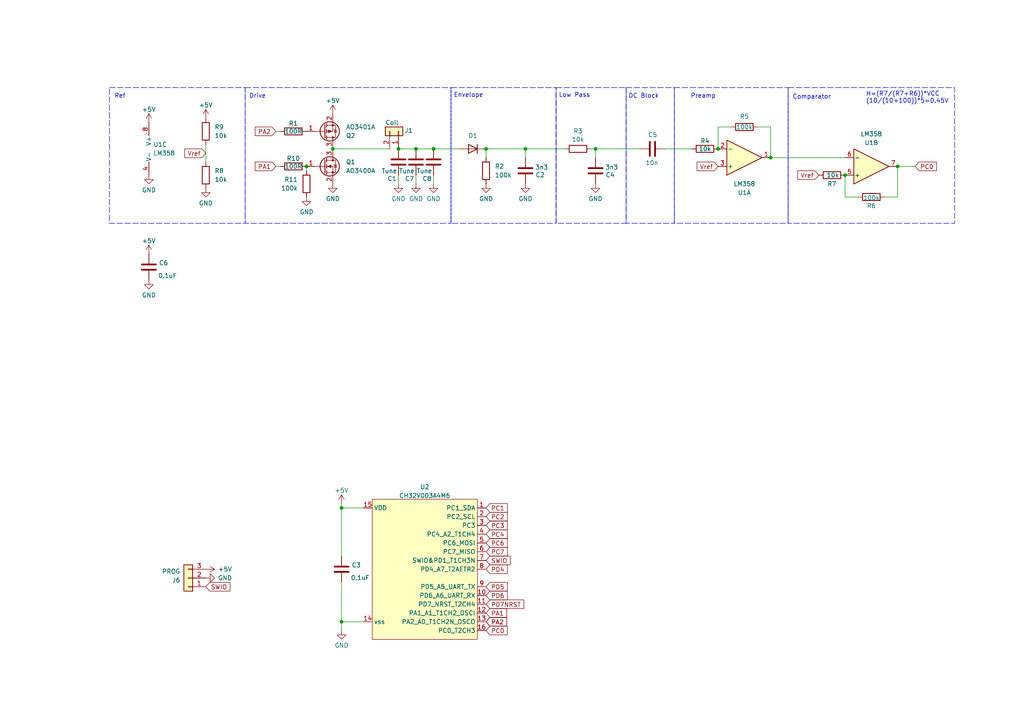
<source format=kicad_sch>
(kicad_sch (version 20231120) (generator "eeschema") (generator_version "8.0")
  (paper "A4")
  (title_block (title "FDX-B Reader") (date "2025-03-24") (rev "MK1"))
  (lib_symbols
    (symbol "Amplifier_Operational:LM358" (pin_names (offset 0.127))
      (property "Reference" "U" (at 0 5.08 0))
      (property "Value" "LM358" (at 0 -5.08 0))
      (symbol "LM358_1_1"
        (polyline (pts (xy -5.08 5.08) (xy 5.08 0) (xy -5.08 -5.08) (xy -5.08 5.08)) (stroke (width 0.254)) (fill (type background)))
        (pin output line (at 7.62 0 180) (length 2.54) (name "~") (number "1"))
        (pin input line (at -7.62 -2.54 0) (length 2.54) (name "-") (number "2"))
        (pin input line (at -7.62 2.54 0) (length 2.54) (name "+") (number "3"))
      )
      (symbol "LM358_2_1"
        (polyline (pts (xy -5.08 5.08) (xy 5.08 0) (xy -5.08 -5.08) (xy -5.08 5.08)) (stroke (width 0.254)) (fill (type background)))
        (pin input line (at -7.62 2.54 0) (length 2.54) (name "+") (number "5"))
        (pin input line (at -7.62 -2.54 0) (length 2.54) (name "-") (number "6"))
        (pin output line (at 7.62 0 180) (length 2.54) (name "~") (number "7"))
      )
      (symbol "LM358_3_1"
        (pin power_in line (at -2.54 -7.62 90) (length 3.81) (name "V-") (number "4"))
        (pin power_in line (at -2.54 7.62 270) (length 3.81) (name "V+") (number "8"))
      )
    )
    (symbol "CH32V003:CH32V003a4m6"
      (property "Reference" "U" (at 0 20.32 0))
      (property "Value" "CH32V003a4m6" (at -8.89 -2.54 90))
      (symbol "CH32V003a4m6_1_1"
        (rectangle (start -15.24 17.78) (end 15.24 -22.86) (fill (type background)))
        (pin bidirectional line (at 17.78 15.24 180) (length 2.54) (name "PC1_SDA") (number "1"))
        (pin bidirectional line (at 17.78 -10.16 180) (length 2.54) (name "PD6_A6_UART_RX") (number "10"))
        (pin bidirectional line (at 17.78 -12.7 180) (length 2.54) (name "PD7_NRST_T2CH4") (number "11"))
        (pin bidirectional line (at 17.78 -15.24 180) (length 2.54) (name "PA1_A1_T1CH2_OSCI") (number "12"))
        (pin bidirectional line (at 17.78 -17.78 180) (length 2.54) (name "PA2_A0_T1CH2N_OSCO") (number "13"))
        (pin power_in line (at -17.78 -17.78 0) (length 2.54) (name "vss") (number "14"))
        (pin power_in line (at -17.78 15.24 0) (length 2.54) (name "VDD") (number "15"))
        (pin bidirectional line (at 17.78 -20.32 180) (length 2.54) (name "PC0_T2CH3") (number "16"))
        (pin bidirectional line (at 17.78 12.7 180) (length 2.54) (name "PC2_SCL") (number "2"))
        (pin bidirectional line (at 17.78 10.16 180) (length 2.54) (name "PC3") (number "3"))
        (pin bidirectional line (at 17.78 7.62 180) (length 2.54) (name "PC4_A2_T1CH4") (number "4"))
        (pin bidirectional line (at 17.78 5.08 180) (length 2.54) (name "PC6_MOSI") (number "5"))
        (pin bidirectional line (at 17.78 2.54 180) (length 2.54) (name "PC7_MISO") (number "6"))
        (pin bidirectional line (at 17.78 0 180) (length 2.54) (name "SWIO&PD1_T1CH3N") (number "7"))
        (pin bidirectional line (at 17.78 -2.54 180) (length 2.54) (name "PD4_A7_T2AETR2") (number "8"))
        (pin bidirectional line (at 17.78 -7.62 180) (length 2.54) (name "PD5_A5_UART_TX") (number "9"))
      )
    )
    (symbol "Connector_Generic:Conn_01x02" (pin_names (offset 1.016) hide)
      (property "Reference" "J" (at 0 2.54 0))
      (property "Value" "Conn_01x02" (at 0 -5.08 0))
      (symbol "Conn_01x02_1_1"
        (rectangle (start -1.27 -2.413) (end 0 -2.667) (stroke (width 0.1524)))
        (rectangle (start -1.27 0.127) (end 0 -0.127) (stroke (width 0.1524)))
        (rectangle (start -1.27 1.27) (end 1.27 -3.81) (stroke (width 0.254)) (fill (type background)))
        (pin passive line (at -5.08 0 0) (length 3.81) (name "Pin_1") (number "1"))
        (pin passive line (at -5.08 -2.54 0) (length 3.81) (name "Pin_2") (number "2"))
      )
    )
    (symbol "Connector_Generic:Conn_01x03" (pin_names (offset 1.016) hide)
      (property "Reference" "J" (at 0 5.08 0))
      (property "Value" "Conn_01x03" (at 0 -5.08 0))
      (symbol "Conn_01x03_1_1"
        (rectangle (start -1.27 -2.413) (end 0 -2.667) (stroke (width 0.1524)))
        (rectangle (start -1.27 0.127) (end 0 -0.127) (stroke (width 0.1524)))
        (rectangle (start -1.27 2.667) (end 0 2.413) (stroke (width 0.1524)))
        (rectangle (start -1.27 3.81) (end 1.27 -3.81) (stroke (width 0.254)) (fill (type background)))
        (pin passive line (at -5.08 2.54 0) (length 3.81) (name "Pin_1") (number "1"))
        (pin passive line (at -5.08 0 0) (length 3.81) (name "Pin_2") (number "2"))
        (pin passive line (at -5.08 -2.54 0) (length 3.81) (name "Pin_3") (number "3"))
      )
    )
    (symbol "Device:C" (pin_numbers hide) (pin_names (offset 0.254))
      (property "Reference" "C" (at 0.635 2.54 0))
      (property "Value" "C" (at 0.635 -2.54 0))
      (symbol "C_0_1"
        (polyline (pts (xy -2.032 -0.762) (xy 2.032 -0.762)) (stroke (width 0.508)))
        (polyline (pts (xy -2.032 0.762) (xy 2.032 0.762)) (stroke (width 0.508)))
      )
      (symbol "C_1_1"
        (pin passive line (at 0 3.81 270) (length 2.794) (name "~") (number "1"))
        (pin passive line (at 0 -3.81 90) (length 2.794) (name "~") (number "2"))
      )
    )
    (symbol "Device:D" (pin_numbers hide) (pin_names (offset 1.016) hide)
      (property "Reference" "D" (at 0 2.54 0))
      (property "Value" "D" (at 0 -2.54 0))
      (symbol "D_0_1"
        (polyline (pts (xy -1.27 1.27) (xy -1.27 -1.27)) (stroke (width 0.254)))
        (polyline (pts (xy 1.27 0) (xy -1.27 0)))
        (polyline (pts (xy 1.27 1.27) (xy 1.27 -1.27) (xy -1.27 0) (xy 1.27 1.27)) (stroke (width 0.254)))
      )
      (symbol "D_1_1"
        (pin passive line (at -3.81 0 0) (length 2.54) (name "K") (number "1"))
        (pin passive line (at 3.81 0 180) (length 2.54) (name "A") (number "2"))
      )
    )
    (symbol "Device:R" (pin_numbers hide) (pin_names (offset 0))
      (property "Reference" "R" (at 2.032 0 90))
      (property "Value" "R" (at 0 0 90))
      (symbol "R_0_1"
        (rectangle (start -1.016 -2.54) (end 1.016 2.54) (stroke (width 0.254)))
      )
      (symbol "R_1_1"
        (pin passive line (at 0 3.81 270) (length 1.27) (name "~") (number "1"))
        (pin passive line (at 0 -3.81 90) (length 1.27) (name "~") (number "2"))
      )
    )
    (symbol "Transistor_FET:AO3400A" (pin_names hide)
      (property "Reference" "Q" (at 5.08 1.905 0))
      (property "Value" "AO3400A" (at 5.08 0 0))
      (symbol "AO3400A_0_1"
        (polyline (pts (xy 0.254 0) (xy -2.54 0)))
        (polyline (pts (xy 0.254 1.905) (xy 0.254 -1.905)) (stroke (width 0.254)))
        (polyline (pts (xy 0.762 -1.27) (xy 0.762 -2.286)) (stroke (width 0.254)))
        (polyline (pts (xy 0.762 0.508) (xy 0.762 -0.508)) (stroke (width 0.254)))
        (polyline (pts (xy 0.762 2.286) (xy 0.762 1.27)) (stroke (width 0.254)))
        (polyline (pts (xy 2.54 2.54) (xy 2.54 1.778)))
        (polyline (pts (xy 2.54 -2.54) (xy 2.54 0) (xy 0.762 0)))
        (polyline (pts (xy 0.762 -1.778) (xy 3.302 -1.778) (xy 3.302 1.778) (xy 0.762 1.778)))
        (polyline (pts (xy 1.016 0) (xy 2.032 0.381) (xy 2.032 -0.381) (xy 1.016 0)) (fill (type outline)))
        (polyline (pts (xy 2.794 0.508) (xy 2.921 0.381) (xy 3.683 0.381) (xy 3.81 0.254)))
        (polyline (pts (xy 3.302 0.381) (xy 2.921 -0.254) (xy 3.683 -0.254) (xy 3.302 0.381)))
        (circle (center 1.651 0) (radius 2.794) (stroke (width 0.254)))
        (circle (center 2.54 -1.778) (radius 0.254) (fill (type outline)))
        (circle (center 2.54 1.778) (radius 0.254) (fill (type outline)))
      )
      (symbol "AO3400A_1_1"
        (pin input line (at -5.08 0 0) (length 2.54) (name "G") (number "1"))
        (pin passive line (at 2.54 -5.08 90) (length 2.54) (name "S") (number "2"))
        (pin passive line (at 2.54 5.08 270) (length 2.54) (name "D") (number "3"))
      )
    )
    (symbol "Transistor_FET:AO3401A" (pin_names hide)
      (property "Reference" "Q" (at 5.08 1.905 0))
      (property "Value" "AO3401A" (at 5.08 0 0))
      (symbol "AO3401A_0_1"
        (polyline (pts (xy 0.254 0) (xy -2.54 0)))
        (polyline (pts (xy 0.254 1.905) (xy 0.254 -1.905)) (stroke (width 0.254)))
        (polyline (pts (xy 0.762 -1.27) (xy 0.762 -2.286)) (stroke (width 0.254)))
        (polyline (pts (xy 0.762 0.508) (xy 0.762 -0.508)) (stroke (width 0.254)))
        (polyline (pts (xy 0.762 2.286) (xy 0.762 1.27)) (stroke (width 0.254)))
        (polyline (pts (xy 2.54 2.54) (xy 2.54 1.778)))
        (polyline (pts (xy 2.54 -2.54) (xy 2.54 0) (xy 0.762 0)))
        (polyline (pts (xy 0.762 1.778) (xy 3.302 1.778) (xy 3.302 -1.778) (xy 0.762 -1.778)))
        (polyline (pts (xy 2.286 0) (xy 1.27 0.381) (xy 1.27 -0.381) (xy 2.286 0)) (fill (type outline)))
        (polyline (pts (xy 2.794 -0.508) (xy 2.921 -0.381) (xy 3.683 -0.381) (xy 3.81 -0.254)))
        (polyline (pts (xy 3.302 -0.381) (xy 2.921 0.254) (xy 3.683 0.254) (xy 3.302 -0.381)))
        (circle (center 1.651 0) (radius 2.794) (stroke (width 0.254)))
        (circle (center 2.54 -1.778) (radius 0.254) (fill (type outline)))
        (circle (center 2.54 1.778) (radius 0.254) (fill (type outline)))
      )
      (symbol "AO3401A_1_1"
        (pin input line (at -5.08 0 0) (length 2.54) (name "G") (number "1"))
        (pin passive line (at 2.54 -5.08 90) (length 2.54) (name "S") (number "2"))
        (pin passive line (at 2.54 5.08 270) (length 2.54) (name "D") (number "3"))
      )
    )
    (symbol "power:+5V" (power) (pin_names (offset 0))
      (property "Value" "+5V" (at 0 3.556 0))
      (symbol "+5V_0_1"
        (polyline (pts (xy -0.762 1.27) (xy 0 2.54)))
        (polyline (pts (xy 0 0) (xy 0 2.54)))
        (polyline (pts (xy 0 2.54) (xy 0.762 1.27)))
      )
      (symbol "+5V_1_1"
        (pin power_in line (at 0 0 90) (length 0) hide (name "+5V") (number "1"))
      )
    )
    (symbol "power:GND" (power) (pin_names (offset 0))
      (property "Value" "GND" (at 0 -3.81 0))
      (symbol "GND_0_1"
        (polyline (pts (xy 0 0) (xy 0 -1.27) (xy 1.27 -1.27) (xy 0 -2.54) (xy -1.27 -1.27) (xy 0 -1.27)))
      )
      (symbol "GND_1_1"
        (pin power_in line (at 0 0 270) (length 0) hide (name "GND") (number "1"))
      )
    )
  )
  (junction (at 223.52 45.72))
  (junction (at 245.11 50.8))
  (junction (at 140.97 43.18))
  (junction (at 208.28 43.18))
  (junction (at 115.57 43.18))
  (junction (at 152.4 43.18))
  (junction (at 96.52 43.18))
  (junction (at 120.65 43.18))
  (junction (at 125.73 43.18))
  (junction (at 88.9 48.26))
  (junction (at 99.06 147.32))
  (junction (at 260.35 48.26))
  (junction (at 99.06 180.34))
  (junction (at 172.72 43.18))
  (wire (pts (xy 260.35 48.26) (xy 265.43 48.26)))
  (wire (pts (xy 125.73 53.34) (xy 125.73 50.8)))
  (wire (pts (xy 185.42 43.18) (xy 172.72 43.18)))
  (wire (pts (xy 152.4 45.72) (xy 152.4 43.18)))
  (wire (pts (xy 172.72 45.72) (xy 172.72 43.18)))
  (wire (pts (xy 171.45 43.18) (xy 172.72 43.18)))
  (wire (pts (xy 208.28 36.83) (xy 208.28 43.18)))
  (wire (pts (xy 120.65 43.18) (xy 115.57 43.18)))
  (wire (pts (xy 80.01 38.1) (xy 81.28 38.1)))
  (wire (pts (xy 223.52 45.72) (xy 245.11 45.72)))
  (wire (pts (xy 120.65 53.34) (xy 120.65 50.8)))
  (wire (pts (xy 219.71 36.83) (xy 223.52 36.83)))
  (wire (pts (xy 223.52 36.83) (xy 223.52 45.72)))
  (wire (pts (xy 245.11 57.15) (xy 245.11 50.8)))
  (wire (pts (xy 256.54 57.15) (xy 260.35 57.15)))
  (wire (pts (xy 125.73 43.18) (xy 120.65 43.18)))
  (wire (pts (xy 193.04 43.18) (xy 200.66 43.18)))
  (wire (pts (xy 80.01 48.26) (xy 81.28 48.26)))
  (wire (pts (xy 59.69 46.99) (xy 59.69 41.91)))
  (wire (pts (xy 99.06 146.05) (xy 99.06 147.32)))
  (wire (pts (xy 140.97 45.72) (xy 140.97 43.18)))
  (wire (pts (xy 99.06 147.32) (xy 99.06 161.29)))
  (wire (pts (xy 212.09 36.83) (xy 208.28 36.83)))
  (wire (pts (xy 96.52 43.18) (xy 113.03 43.18)))
  (wire (pts (xy 99.06 180.34) (xy 99.06 168.91)))
  (wire (pts (xy 163.83 43.18) (xy 152.4 43.18)))
  (wire (pts (xy 133.35 43.18) (xy 125.73 43.18)))
  (wire (pts (xy 248.92 57.15) (xy 245.11 57.15)))
  (wire (pts (xy 88.9 49.53) (xy 88.9 48.26)))
  (wire (pts (xy 99.06 180.34) (xy 105.41 180.34)))
  (wire (pts (xy 99.06 182.88) (xy 99.06 180.34)))
  (wire (pts (xy 152.4 43.18) (xy 140.97 43.18)))
  (wire (pts (xy 115.57 53.34) (xy 115.57 50.8)))
  (wire (pts (xy 260.35 57.15) (xy 260.35 48.26)))
  (wire (pts (xy 99.06 147.32) (xy 105.41 147.32)))
  (rectangle (start 130.81 25.4) (end 161.29 64.77) (stroke (width 0) (type dash)))
  (rectangle (start 228.6 25.4) (end 276.86 64.77) (stroke (width 0) (type dash)))
  (rectangle (start 161.29 25.4) (end 181.61 64.77) (stroke (width 0) (type dash)))
  (rectangle (start 195.58 25.4) (end 228.6 64.77) (stroke (width 0) (type dash)))
  (rectangle (start 71.12 25.4) (end 130.81 64.77) (stroke (width 0) (type dash)))
  (rectangle (start 31.75 25.4) (end 71.12 64.77) (stroke (width 0) (type dash)))
  (rectangle (start 181.61 25.4) (end 195.58 64.77) (stroke (width 0) (type dash)))
  (text_box "H=(R7/(R7+R6))*VCC\n(10/(10+100))*5=0.45V" (at 250.19 25.4 0) (size 26.67 10.16) (stroke (width -0.0001)) (effects (font (size 1.27 1.27)) (justify left top)))
  (text "Drive" (at 74.676 27.94 0) (effects (font (size 1.27 1.27))))
  (text "Preamp" (at 203.962 27.94 0) (effects (font (size 1.27 1.27))))
  (text "Envelope" (at 135.89 27.686 0) (effects (font (size 1.27 1.27))))
  (text "Ref" (at 34.798 27.94 0) (effects (font (size 1.27 1.27))))
  (text "DC Block" (at 186.69 27.94 0) (effects (font (size 1.27 1.27))))
  (text "Comparator" (at 235.458 28.194 0) (effects (font (size 1.27 1.27))))
  (text "Low Pass" (at 166.624 27.686 0) (effects (font (size 1.27 1.27))))
  (global_label "Vref" (shape input) (at 59.69 44.45 180) (property "Intersheetrefs" "${INTERSHEET_REFS}" (effects (hide yes))))
  (global_label "PC1" (shape input) (at 140.97 147.32 0) (property "Intersheetrefs" "${INTERSHEET_REFS}" (effects (hide yes))))
  (global_label "PC6" (shape input) (at 140.97 157.48 0) (property "Intersheetrefs" "${INTERSHEET_REFS}" (effects (hide yes))))
  (global_label "PC0" (shape input) (at 265.43 48.26 0) (property "Intersheetrefs" "${INTERSHEET_REFS}" (effects (hide yes))))
  (global_label "PD6" (shape input) (at 140.97 172.72 0) (property "Intersheetrefs" "${INTERSHEET_REFS}" (effects (hide yes))))
  (global_label "PA1" (shape input) (at 80.01 48.26 180) (property "Intersheetrefs" "${INTERSHEET_REFS}" (effects (hide yes))))
  (global_label "PC4" (shape input) (at 140.97 154.94 0) (property "Intersheetrefs" "${INTERSHEET_REFS}" (effects (hide yes))))
  (global_label "PD7NRST" (shape input) (at 140.97 175.26 0) (property "Intersheetrefs" "${INTERSHEET_REFS}" (effects (hide yes))))
  (global_label "SWIO" (shape input) (at 140.97 162.56 0) (property "Intersheetrefs" "${INTERSHEET_REFS}" (effects (hide yes))))
  (global_label "PA2" (shape input) (at 80.01 38.1 180) (property "Intersheetrefs" "${INTERSHEET_REFS}" (effects (hide yes))))
  (global_label "PC3" (shape input) (at 140.97 152.4 0) (property "Intersheetrefs" "${INTERSHEET_REFS}" (effects (hide yes))))
  (global_label "PA2" (shape input) (at 140.97 180.34 0) (property "Intersheetrefs" "${INTERSHEET_REFS}" (effects (hide yes))))
  (global_label "SWIO" (shape input) (at 59.69 170.18 0) (property "Intersheetrefs" "${INTERSHEET_REFS}" (effects (hide yes))))
  (global_label "PC7" (shape input) (at 140.97 160.02 0) (property "Intersheetrefs" "${INTERSHEET_REFS}" (effects (hide yes))))
  (global_label "PA2" (shape input) (at 140.97 180.34 0) (property "Intersheetrefs" "${INTERSHEET_REFS}" (effects (hide yes))))
  (global_label "PD5" (shape input) (at 140.97 170.18 0) (property "Intersheetrefs" "${INTERSHEET_REFS}" (effects (hide yes))))
  (global_label "PA1" (shape input) (at 140.97 177.8 0) (property "Intersheetrefs" "${INTERSHEET_REFS}" (effects (hide yes))))
  (global_label "PC0" (shape input) (at 140.97 182.88 0) (property "Intersheetrefs" "${INTERSHEET_REFS}" (effects (hide yes))))
  (global_label "PD4" (shape input) (at 140.97 165.1 0) (property "Intersheetrefs" "${INTERSHEET_REFS}" (effects (hide yes))))
  (global_label "PC2" (shape input) (at 140.97 149.86 0) (property "Intersheetrefs" "${INTERSHEET_REFS}" (effects (hide yes))))
  (global_label "Vref" (shape input) (at 208.28 48.26 180) (property "Intersheetrefs" "${INTERSHEET_REFS}" (effects (hide yes))))
  (global_label "Vref" (shape input) (at 237.49 50.8 180) (property "Intersheetrefs" "${INTERSHEET_REFS}" (effects (hide yes))))
  (symbol (lib_id "Device:R") (at 204.47 43.18 90) (unit 1)
    (property "Reference" "R4" (at 204.47 40.894 90))
    (property "Value" "10k" (at 204.47 43.18 90))
    (property "Footprint" "Resistor_SMD:R_1206_3216Metric" (effects (hide yes)))
    (property "Description" "Resistor" (effects (hide yes)))
  )
  (symbol (lib_id "Amplifier_Operational:LM358") (at 215.9 45.72 0) (mirror x) (unit 1)
    (property "Reference" "U1" (at 215.9 55.88 0))
    (property "Value" "LM358" (at 215.9 53.34 0))
    (property "Footprint" "Package_SO:SOIC-8_3.9x4.9mm_P1.27mm" (effects (hide yes)))
    (property "Datasheet" "http://www.ti.com/lit/ds/symlink/lm2904-n.pdf" (effects (hide yes)))
    (property "Description" "Low-Power, Dual Operational Amplifiers, DIP-8/SOIC-8/TO-99-8" (effects (hide yes)))
  )
  (symbol (lib_id "power:GND") (at 115.57 53.34 0) (unit 1)
    (property "Reference" "#PWR07" (effects (hide yes)))
    (property "Value" "GND" (at 113.538 57.658 0) (effects (justify left)))
  )
  (symbol (lib_id "Transistor_FET:AO3400A") (at 93.98 48.26 0) (unit 1)
    (property "Reference" "Q1" (at 100.33 46.9899 0) (effects (justify left)))
    (property "Value" "AO3400A" (at 100.33 49.5299 0) (effects (justify left)))
    (property "Footprint" "Package_TO_SOT_SMD:SOT-23" (effects (hide yes)))
    (property "Datasheet" "http://www.aosmd.com/pdfs/datasheet/AO3400A.pdf" (effects (hide yes)))
    (property "Description" "30V Vds, 5.7A Id, N-Channel MOSFET, SOT-23" (effects (hide yes)))
  )
  (symbol (lib_id "Device:C") (at 189.23 43.18 270) (mirror x) (unit 1)
    (property "Reference" "C5" (at 187.96 39.116 90) (effects (justify left)))
    (property "Value" "10n" (at 187.198 47.244 90) (effects (justify left)))
    (property "Footprint" "Capacitor_SMD:C_0603_1608Metric_Pad1.08x0.95mm_HandSolder" (effects (hide yes)))
  )
  (symbol (lib_id "power:GND") (at 59.69 54.61 0) (unit 1)
    (property "Reference" "#PWR012" (effects (hide yes)))
    (property "Value" "GND" (at 57.658 58.928 0) (effects (justify left)))
  )
  (symbol (lib_id "power:GND") (at 43.18 81.28 0) (unit 1)
    (property "Reference" "#PWR016" (effects (hide yes)))
    (property "Value" "GND" (at 41.148 85.598 0) (effects (justify left)))
  )
  (symbol (lib_id "power:GND") (at 125.73 53.34 0) (unit 1)
    (property "Reference" "#PWR021" (effects (hide yes)))
    (property "Value" "GND" (at 123.698 57.658 0) (effects (justify left)))
  )
  (symbol (lib_id "Device:R") (at 88.9 53.34 0) (mirror y) (unit 1)
    (property "Reference" "R11" (at 86.36 52.0699 0) (effects (justify left)))
    (property "Value" "100k" (at 86.36 54.6099 0) (effects (justify left)))
    (property "Footprint" "Resistor_SMD:R_1206_3216Metric" (effects (hide yes)))
    (property "Description" "Resistor" (effects (hide yes)))
  )
  (symbol (lib_id "Device:C") (at 172.72 49.53 0) (mirror x) (unit 1)
    (property "Reference" "C4" (at 175.641 50.7421 0) (effects (justify left)))
    (property "Value" "3n3" (at 175.514 48.514 0) (effects (justify left)))
    (property "Footprint" "Capacitor_SMD:C_0603_1608Metric_Pad1.08x0.95mm_HandSolder" (effects (hide yes)))
  )
  (symbol (lib_id "power:GND") (at 120.65 53.34 0) (unit 1)
    (property "Reference" "#PWR020" (effects (hide yes)))
    (property "Value" "GND" (at 118.618 57.658 0) (effects (justify left)))
  )
  (symbol (lib_id "Amplifier_Operational:LM358") (at 45.72 43.18 0) (unit 3)
    (property "Reference" "U1" (at 44.45 41.9099 0) (effects (justify left)))
    (property "Value" "LM358" (at 44.45 44.4499 0) (effects (justify left)))
    (property "Footprint" "Package_SO:SOIC-8_3.9x4.9mm_P1.27mm" (effects (hide yes)))
    (property "Datasheet" "http://www.ti.com/lit/ds/symlink/lm2904-n.pdf" (effects (hide yes)))
    (property "Description" "Low-Power, Dual Operational Amplifiers, DIP-8/SOIC-8/TO-99-8" (effects (hide yes)))
  )
  (symbol (lib_id "Device:R") (at 59.69 50.8 0) (unit 1)
    (property "Reference" "R8" (at 62.23 49.5299 0) (effects (justify left)))
    (property "Value" "10k" (at 62.23 52.0699 0) (effects (justify left)))
    (property "Footprint" "Resistor_SMD:R_1206_3216Metric" (effects (hide yes)))
    (property "Description" "Resistor" (effects (hide yes)))
  )
  (symbol (lib_id "power:GND") (at 172.72 53.34 0) (unit 1)
    (property "Reference" "#PWR011" (effects (hide yes)))
    (property "Value" "GND" (at 170.688 57.658 0) (effects (justify left)))
  )
  (symbol (lib_id "Device:R") (at 140.97 49.53 0) (unit 1)
    (property "Reference" "R2" (at 143.51 48.2599 0) (effects (justify left)))
    (property "Value" "100k" (at 143.51 50.7999 0) (effects (justify left)))
    (property "Footprint" "Resistor_SMD:R_1206_3216Metric" (effects (hide yes)))
    (property "Description" "Resistor" (effects (hide yes)))
  )
  (symbol (lib_id "Connector_Generic:Conn_01x03") (at 54.61 167.64 180) (unit 1)
    (property "Reference" "J6" (at 52.324 168.275 0) (effects (justify left)))
    (property "Value" "PROG" (at 52.324 165.735 0) (effects (justify left)))
    (property "Footprint" "Connector_PinHeader_2.54mm:PinHeader_1x03_P2.54mm_Vertical" (effects (hide yes)))
  )
  (symbol (lib_id "CH32V003:CH32V003a4m6") (at 123.19 162.56 0) (unit 1)
    (property "Reference" "U2" (at 123.19 141.224 0))
    (property "Value" "CH32V003A4M6" (at 123.19 143.764 0))
    (property "Footprint" "Package_SO:SO-16_3.9x9.9mm_P1.27mm" (effects (hide yes)))
    (property "Datasheet" "https://github.com/cnlohr/ch32v003fun" (effects (hide yes)))
  )
  (symbol (lib_id "Device:R") (at 167.64 43.18 90) (unit 1)
    (property "Reference" "R3" (at 167.64 38.0195 90))
    (property "Value" "10k" (at 167.64 40.4438 90))
    (property "Footprint" "Resistor_SMD:R_1206_3216Metric" (effects (hide yes)))
    (property "Description" "Resistor" (effects (hide yes)))
  )
  (symbol (lib_id "power:GND") (at 152.4 53.34 0) (unit 1)
    (property "Reference" "#PWR010" (effects (hide yes)))
    (property "Value" "GND" (at 150.368 57.658 0) (effects (justify left)))
  )
  (symbol (lib_id "Device:R") (at 85.09 48.26 90) (unit 1)
    (property "Reference" "R10" (at 85.09 45.974 90))
    (property "Value" "100R" (at 85.09 48.26 90))
    (property "Footprint" "Resistor_SMD:R_1206_3216Metric" (effects (hide yes)))
    (property "Description" "Resistor" (effects (hide yes)))
  )
  (symbol (lib_id "power:+5V") (at 59.69 165.1 270) (unit 1)
    (property "Reference" "#PWR017" (effects (hide yes)))
    (property "Value" "+5V" (at 67.31 165.1 90) (effects (justify right)))
  )
  (symbol (lib_id "Device:R") (at 85.09 38.1 90) (unit 1)
    (property "Reference" "R1" (at 85.09 35.814 90))
    (property "Value" "100R" (at 85.09 38.1 90))
    (property "Footprint" "Resistor_SMD:R_1206_3216Metric" (effects (hide yes)))
    (property "Description" "Resistor" (effects (hide yes)))
  )
  (symbol (lib_id "power:GND") (at 43.18 50.8 0) (unit 1)
    (property "Reference" "#PWR03" (effects (hide yes)))
    (property "Value" "GND" (at 41.148 55.118 0) (effects (justify left)))
  )
  (symbol (lib_id "Connector_Generic:Conn_01x02") (at 115.57 38.1 270) (mirror x) (unit 1)
    (property "Reference" "J1" (at 117.348 37.846 90) (effects (justify left)))
    (property "Value" "Coil" (at 111.76 35.56 90) (effects (justify left)))
    (property "Footprint" "Connector_PinSocket_2.54mm:PinSocket_1x02_P2.54mm_Vertical" (effects (hide yes)))
    (property "Description" "Generic connector, single row, 01x02, script generated (kicad-library-utils/schlib/autogen/connector/)" (effects (hide yes)))
  )
  (symbol (lib_id "Device:C") (at 152.4 49.53 0) (mirror x) (unit 1)
    (property "Reference" "C2" (at 155.321 50.7421 0) (effects (justify left)))
    (property "Value" "3n3" (at 155.194 48.514 0) (effects (justify left)))
    (property "Footprint" "Capacitor_SMD:C_0603_1608Metric_Pad1.08x0.95mm_HandSolder" (effects (hide yes)))
  )
  (symbol (lib_id "Device:C") (at 99.06 165.1 0) (unit 1)
    (property "Reference" "C3" (at 101.981 163.8879 0) (effects (justify left)))
    (property "Value" "0.1uF" (at 101.727 167.5821 0) (effects (justify left)))
    (property "Footprint" "Capacitor_SMD:C_0603_1608Metric_Pad1.08x0.95mm_HandSolder" (effects (hide yes)))
  )
  (symbol (lib_id "Device:R") (at 252.73 57.15 90) (mirror x) (unit 1)
    (property "Reference" "R6" (at 252.73 59.69 90))
    (property "Value" "100k" (at 252.73 57.404 90))
    (property "Footprint" "Resistor_SMD:R_1206_3216Metric" (effects (hide yes)))
    (property "Description" "Resistor" (effects (hide yes)))
  )
  (symbol (lib_id "Device:R") (at 215.9 36.83 90) (unit 1)
    (property "Reference" "R5" (at 215.9 33.782 90))
    (property "Value" "100k" (at 215.9 36.83 90))
    (property "Footprint" "Resistor_SMD:R_1206_3216Metric" (effects (hide yes)))
    (property "Description" "Resistor" (effects (hide yes)))
  )
  (symbol (lib_id "power:GND") (at 96.52 53.34 0) (unit 1)
    (property "Reference" "#PWR04" (effects (hide yes)))
    (property "Value" "GND" (at 94.488 57.658 0) (effects (justify left)))
  )
  (symbol (lib_id "power:+5V") (at 59.69 34.29 0) (unit 1)
    (property "Reference" "#PWR013" (effects (hide yes)))
    (property "Value" "+5V" (at 61.722 30.48 0) (effects (justify right)))
  )
  (symbol (lib_id "Device:R") (at 59.69 38.1 0) (unit 1)
    (property "Reference" "R9" (at 62.23 36.8299 0) (effects (justify left)))
    (property "Value" "10k" (at 62.23 39.3699 0) (effects (justify left)))
    (property "Footprint" "Resistor_SMD:R_1206_3216Metric" (effects (hide yes)))
    (property "Description" "Resistor" (effects (hide yes)))
  )
  (symbol (lib_id "power:GND") (at 88.9 57.15 0) (unit 1)
    (property "Reference" "#PWR014" (effects (hide yes)))
    (property "Value" "GND" (at 86.868 61.468 0) (effects (justify left)))
  )
  (symbol (lib_id "Transistor_FET:AO3401A") (at 93.98 38.1 0) (mirror x) (unit 1)
    (property "Reference" "Q2" (at 100.33 39.3701 0) (effects (justify left)))
    (property "Value" "AO3401A" (at 100.33 36.8301 0) (effects (justify left)))
    (property "Footprint" "Package_TO_SOT_SMD:SOT-23" (effects (hide yes)))
    (property "Datasheet" "http://www.aosmd.com/pdfs/datasheet/AO3401A.pdf" (effects (hide yes)))
    (property "Description" "-4.0A Id, -30V Vds, P-Channel MOSFET, SOT-23" (effects (hide yes)))
  )
  (symbol (lib_id "Device:R") (at 241.3 50.8 270) (unit 1)
    (property "Reference" "R7" (at 241.3 53.34 90))
    (property "Value" "10k" (at 241.554 50.8 90))
    (property "Footprint" "Resistor_SMD:R_1206_3216Metric" (effects (hide yes)))
    (property "Description" "Resistor" (effects (hide yes)))
  )
  (symbol (lib_id "power:+5V") (at 96.52 33.02 0) (unit 1)
    (property "Reference" "#PWR06" (effects (hide yes)))
    (property "Value" "+5V" (at 98.552 29.21 0) (effects (justify right)))
  )
  (symbol (lib_id "Device:C") (at 43.18 77.47 0) (unit 1)
    (property "Reference" "C6" (at 46.101 76.2579 0) (effects (justify left)))
    (property "Value" "0.1uF" (at 45.847 79.9521 0) (effects (justify left)))
    (property "Footprint" "Capacitor_SMD:C_0603_1608Metric_Pad1.08x0.95mm_HandSolder" (effects (hide yes)))
  )
  (symbol (lib_id "power:+5V") (at 43.18 73.66 0) (unit 1)
    (property "Reference" "#PWR015" (effects (hide yes)))
    (property "Value" "+5V" (at 45.212 69.85 0) (effects (justify right)))
  )
  (symbol (lib_id "power:+5V") (at 99.06 146.05 0) (unit 1)
    (property "Reference" "#PWR01" (effects (hide yes)))
    (property "Value" "+5V" (at 101.092 142.24 0) (effects (justify right)))
  )
  (symbol (lib_id "Device:C") (at 120.65 46.99 180) (unit 1)
    (property "Reference" "C7" (at 120.142 51.816 0) (effects (justify left)))
    (property "Value" "Tune" (at 120.269 49.5879 0) (effects (justify left)))
    (property "Footprint" "Capacitor_SMD:C_0603_1608Metric_Pad1.08x0.95mm_HandSolder" (effects (hide yes)))
  )
  (symbol (lib_id "Amplifier_Operational:LM358") (at 252.73 48.26 0) (mirror x) (unit 2)
    (property "Reference" "U1" (at 252.73 41.402 0))
    (property "Value" "LM358" (at 252.73 38.862 0))
    (property "Footprint" "Package_SO:SOIC-8_3.9x4.9mm_P1.27mm" (effects (hide yes)))
    (property "Datasheet" "http://www.ti.com/lit/ds/symlink/lm2904-n.pdf" (effects (hide yes)))
    (property "Description" "Low-Power, Dual Operational Amplifiers, DIP-8/SOIC-8/TO-99-8" (effects (hide yes)))
  )
  (symbol (lib_id "Device:D") (at 137.16 43.18 180) (unit 1)
    (property "Reference" "D1" (at 137.16 39.37 0))
    (property "Value" "D" (effects (hide yes)))
    (property "Footprint" "Diode_SMD:D_SMA" (effects (hide yes)))
    (property "Description" "Diode" (effects (hide yes)))
    (property "Sim.Device" "D" (effects (hide yes)))
    (property "Sim.Pins" "1=K 2=A" (effects (hide yes)))
  )
  (symbol (lib_id "Device:C") (at 115.57 46.99 180) (unit 1)
    (property "Reference" "C1" (at 115.062 51.816 0) (effects (justify left)))
    (property "Value" "Tune" (at 115.189 49.5879 0) (effects (justify left)))
    (property "Footprint" "Capacitor_SMD:C_0603_1608Metric_Pad1.08x0.95mm_HandSolder" (effects (hide yes)))
  )
  (symbol (lib_id "power:+5V") (at 43.18 35.56 0) (unit 1)
    (property "Reference" "#PWR02" (effects (hide yes)))
    (property "Value" "+5V" (at 45.212 31.75 0) (effects (justify right)))
  )
  (symbol (lib_id "power:GND") (at 140.97 53.34 0) (unit 1)
    (property "Reference" "#PWR09" (effects (hide yes)))
    (property "Value" "GND" (at 138.938 57.658 0) (effects (justify left)))
  )
  (symbol (lib_id "Device:C") (at 125.73 46.99 180) (unit 1)
    (property "Reference" "C8" (at 125.222 51.816 0) (effects (justify left)))
    (property "Value" "Tune" (at 125.349 49.5879 0) (effects (justify left)))
    (property "Footprint" "Capacitor_SMD:C_0603_1608Metric_Pad1.08x0.95mm_HandSolder" (effects (hide yes)))
  )
  (symbol (lib_id "power:GND") (at 99.06 182.88 0) (unit 1)
    (property "Reference" "#PWR019" (effects (hide yes)))
    (property "Value" "GND" (at 97.028 187.198 0) (effects (justify left)))
  )
  (symbol (lib_id "power:GND") (at 59.69 167.64 90) (unit 1)
    (property "Reference" "#PWR018" (effects (hide yes)))
    (property "Value" "GND" (at 67.31 167.64 90) (effects (justify left)))
  )
)
</source>
